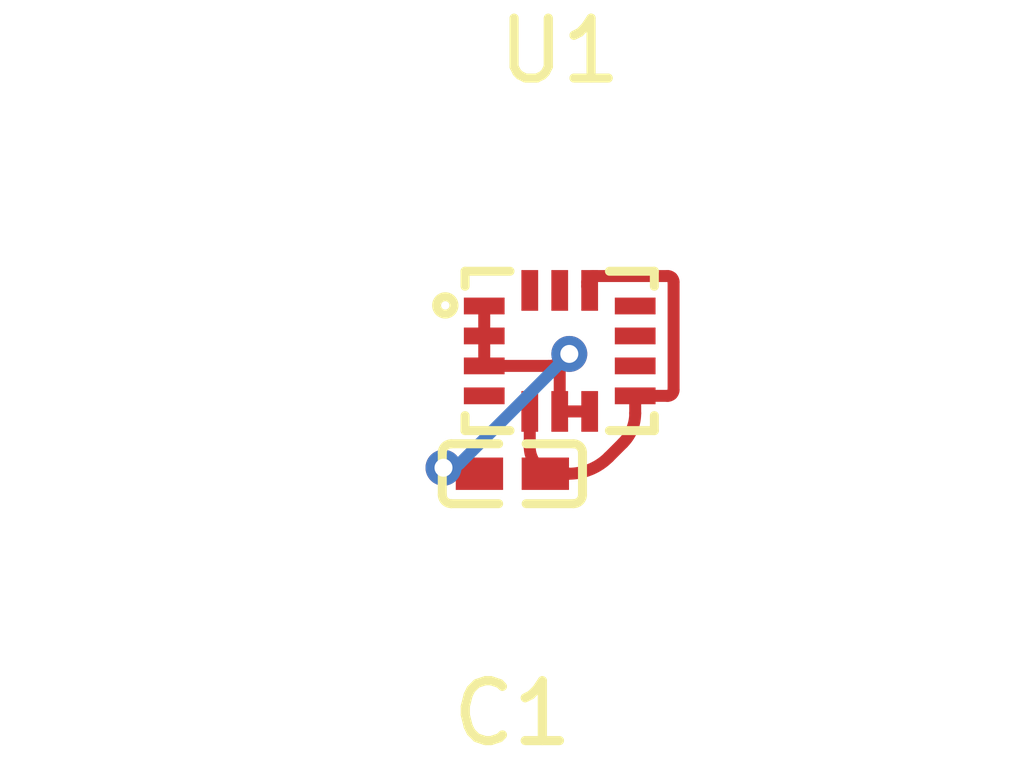
<source format=kicad_pcb>
(kicad_pcb (version 20241229) (generator "pcbnew") (generator_version "9.0")
  (layers (0 "F.Cu" signal) (2 "B.Cu" signal) (13 "F.Paste" user) (15 "B.Paste" user) (5 "F.SilkS" user "F.Silkscreen") (7 "B.SilkS" user "B.Silkscreen") (1 "F.Mask" user) (3 "B.Mask" user) (25 "Edge.Cuts" user))
  (net 0 "")
  (net 1 "ic.footprint.pins[2].net-net")
  (net 2 "INT2")
  (net 3 "INT1")
  (net 4 "SDA")
  (net 5 "SCL")
  (net 6 "ic.footprint.pins[1].net-net")
  (net 7 "gnd")
  (net 8 "VDDIO")
  (footprint "atopile:LGA-14_L3.0-W2.5-P0.50-TL-eab322" (layer "F.Cu") (at 105.64 74.05 0)
    (property "Reference" "U1" (at 0 -5.01 0) (layer "F.SilkS") (hide no))
    (property "Value" "")
    (fp_line (start -1.58 -1.33) (end -1.58 -1.08) (stroke (width 0.15)) (layer "F.SilkS"))
    (fp_line (start -1.58 1.33) (end -1.58 1.08) (stroke (width 0.15)) (layer "F.SilkS"))
    (fp_line (start -0.83 -1.33) (end -1.58 -1.33) (stroke (width 0.15)) (layer "F.SilkS"))
    (fp_line (start -0.83 1.33) (end -1.58 1.33) (stroke (width 0.15)) (layer "F.SilkS"))
    (fp_line (start 0.83 -1.33) (end 1.58 -1.33) (stroke (width 0.15)) (layer "F.SilkS"))
    (fp_line (start 0.83 1.33) (end 1.58 1.33) (stroke (width 0.15)) (layer "F.SilkS"))
    (fp_line (start 1.58 -1.33) (end 1.58 -1.08) (stroke (width 0.15)) (layer "F.SilkS"))
    (fp_line (start 1.58 1.33) (end 1.58 1.08) (stroke (width 0.15)) (layer "F.SilkS"))
    (fp_circle (center -1.91 -0.76) (end -1.84 -0.76) (stroke (width 0.15)) (fill no) (layer "F.SilkS"))
    (fp_text user "${REFERENCE}" (at 0 -5.01 0) (layer "F.SilkS"))
    (pad "1" smd rect (at -1.26 -0.75 0) (size 0.68 0.28) (layers "F.Cu" "F.Mask" "F.Paste") (net 7 "gnd"))
    (pad "2" smd rect (at -1.26 -0.25 0) (size 0.68 0.28) (layers "F.Cu" "F.Mask" "F.Paste") (net 7 "gnd"))
    (pad "3" smd rect (at -1.26 0.25 0) (size 0.68 0.28) (layers "F.Cu" "F.Mask" "F.Paste") (net 7 "gnd"))
    (pad "4" smd rect (at -1.26 0.75 0) (size 0.68 0.28) (layers "F.Cu" "F.Mask" "F.Paste") (net 3 "INT1"))
    (pad "5" smd rect (at -0.5 1.01 0) (size 0.28 0.68) (layers "F.Cu" "F.Mask" "F.Paste") (net 8 "VDDIO"))
    (pad "6" smd rect (at 0 1.01 0) (size 0.28 0.68) (layers "F.Cu" "F.Mask" "F.Paste") (net 7 "gnd"))
    (pad "7" smd rect (at 0.5 1.01 0) (size 0.28 0.68) (layers "F.Cu" "F.Mask" "F.Paste") (net 7 "gnd"))
    (pad "8" smd rect (at 1.26 0.75 0) (size 0.68 0.28) (layers "F.Cu" "F.Mask" "F.Paste") (net 8 "VDDIO"))
    (pad "9" smd rect (at 1.26 0.25 0) (size 0.68 0.28) (layers "F.Cu" "F.Mask" "F.Paste") (net 2 "INT2"))
    (pad "10" smd rect (at 1.26 -0.25 0) (size 0.68 0.28) (layers "F.Cu" "F.Mask" "F.Paste") (net 6 "ic.footprint.pins[1].net-net"))
    (pad "11" smd rect (at 1.26 -0.75 0) (size 0.68 0.28) (layers "F.Cu" "F.Mask" "F.Paste") (net 1 "ic.footprint.pins[2].net-net"))
    (pad "12" smd rect (at 0.5 -1.01 0) (size 0.28 0.68) (layers "F.Cu" "F.Mask" "F.Paste") (net 8 "VDDIO"))
    (pad "13" smd rect (at 0 -1.01 0) (size 0.28 0.68) (layers "F.Cu" "F.Mask" "F.Paste") (net 5 "SCL"))
    (pad "14" smd rect (at -0.5 -1.01 0) (size 0.28 0.68) (layers "F.Cu" "F.Mask" "F.Paste") (net 4 "SDA"))
  )
  (footprint "atopile:C0402-b3ef17" (layer "F.Cu") (at 104.85 76.1 180)
    (property "Reference" "C1" (at 0 -4 0) (layer "F.SilkS") (hide no))
    (property "Value" "100nF ±10% 16V X7R")
    (fp_line (start 1.17 0.35) (end 1.17 -0.35) (stroke (width 0.15)) (layer "F.SilkS"))
    (fp_line (start 1.02 -0.5) (end 0.23 -0.5) (stroke (width 0.15)) (layer "F.SilkS"))
    (fp_line (start 0.23 0.5) (end 1.02 0.5) (stroke (width 0.15)) (layer "F.SilkS"))
    (fp_line (start -0.23 0.5) (end -1.02 0.5) (stroke (width 0.15)) (layer "F.SilkS"))
    (fp_line (start -1.02 -0.5) (end -0.23 -0.5) (stroke (width 0.15)) (layer "F.SilkS"))
    (fp_line (start -1.17 0.35) (end -1.17 -0.35) (stroke (width 0.15)) (layer "F.SilkS"))
    (fp_arc (start 1.17 0.35) (mid 1.126066 0.456066) (end 1.02 0.5) (stroke (width 0.15)) (layer "F.SilkS"))
    (fp_arc (start 1.02 -0.5) (mid 1.126066 -0.456066) (end 1.17 -0.35) (stroke (width 0.15)) (layer "F.SilkS"))
    (fp_arc (start -1.02 0.5) (mid -1.126066 0.456066) (end -1.17 0.35) (stroke (width 0.15)) (layer "F.SilkS"))
    (fp_arc (start -1.17 -0.35) (mid -1.126066 -0.456066) (end -1.02 -0.5) (stroke (width 0.15)) (layer "F.SilkS"))
    (fp_text user "${REFERENCE}" (at 0 -4 0) (layer "F.SilkS"))
    (pad "1" smd rect (at -0.55 0 180) (size 0.79 0.54) (layers "F.Cu" "F.Mask" "F.Paste") (net 8 "VDDIO"))
    (pad "2" smd rect (at 0.55 0 180) (size 0.79 0.54) (layers "F.Cu" "F.Mask" "F.Paste") (net 7 "gnd"))
  )
  (via (at 105.8 74.1) (size 0.6) (drill 0.3) (layers "F.Cu" "B.Cu") (net 7))
  (via (at 103.7 76) (size 0.6) (drill 0.3) (layers "F.Cu" "B.Cu") (net 7))
  (segment (start 105.72 74.18) (end 105.8 74.1) (width 0.2) (net 7) (layer "F.Cu"))
  (segment (start 103.7 76) (end 104.129289 76) (width 0.2) (net 7) (layer "F.Cu"))
  (segment (start 104.38 73.8) (end 104.38 74.3) (width 0.2) (net 7) (layer "F.Cu"))
  (segment (start 104.38 73.8) (end 104.38 73.3) (width 0.2) (net 7) (layer "F.Cu"))
  (segment (start 105.458578 74.3) (end 104.38 74.3) (width 0.2) (net 7) (layer "F.Cu"))
  (segment (start 105.64 75.06) (end 106.14 75.06) (width 0.2) (net 7) (layer "F.Cu"))
  (segment (start 104.25 76.05) (end 104.3 76.1) (width 0.2) (net 7) (layer "F.Cu"))
  (segment (start 105.7 74.2) (end 105.8 74.1) (width 0.2) (net 7) (layer "F.Cu"))
  (segment (start 105.64 74.373137) (end 105.64 75.06) (width 0.2) (net 7) (layer "F.Cu"))
  (segment (start 103.7 76) (end 103.8 76) (width 0.2) (net 7) (layer "B.Cu"))
  (segment (start 103.97071 75.929289) (end 105.8 74.1) (width 0.2) (net 7) (layer "B.Cu"))
  (segment (start 107.44028 74.8) (end 106.9 74.8) (width 0.2) (net 8) (layer "F.Cu"))
  (segment (start 105.583847 76.1) (end 105.791 76.1) (width 0.2) (net 8) (layer "F.Cu"))
  (segment (start 106.12 73.02) (end 106.14 73.04) (width 0.2) (net 8) (layer "F.Cu"))
  (segment (start 107.541 72.900719) (end 107.541 74.69928) (width 0.2) (net 8) (layer "F.Cu"))
  (segment (start 106.694231 75.587767) (end 106.458478 75.823521) (width 0.2) (net 8) (layer "F.Cu"))
  (segment (start 106.9 75.091) (end 106.9 74.8) (width 0.2) (net 8) (layer "F.Cu"))
  (segment (start 106.1 72.9) (end 106.1 72.971715) (width 0.2) (net 8) (layer "F.Cu"))
  (segment (start 106.2 72.8) (end 107.44028 72.8) (width 0.2) (net 8) (layer "F.Cu"))
  (segment (start 105.14 75.656152) (end 105.14 75.06) (width 0.2) (net 8) (layer "F.Cu"))
  (arc (start 105.7 74.2) (mid 105.589234 74.27401) (end 105.458578 74.3) (width 0.2) (net 7) (layer "F.Cu"))
  (arc (start 104.25 76.05) (mid 104.194617 76.012994) (end 104.129289 76) (width 0.2) (net 7) (layer "F.Cu"))
  (arc (start 105.72 74.18) (mid 105.660791 74.268612) (end 105.64 74.373137) (width 0.2) (net 7) (layer "F.Cu"))
  (arc (start 103.97071 75.929289) (mid 103.892387 75.981622) (end 103.8 76) (width 0.2) (net 7) (layer "B.Cu"))
  (arc (start 107.5115 72.8295) (mid 107.478824 72.807666) (end 107.44028 72.8) (width 0.2) (net 8) (layer "F.Cu"))
  (arc (start 107.5115 74.7705) (mid 107.478824 74.792333) (end 107.44028 74.8) (width 0.2) (net 8) (layer "F.Cu"))
  (arc (start 107.5115 72.8295) (mid 107.533333 72.862175) (end 107.541 72.900719) (width 0.2) (net 8) (layer "F.Cu"))
  (arc (start 106.2 72.8) (mid 106.129289 72.829289) (end 106.1 72.9) (width 0.2) (net 8) (layer "F.Cu"))
  (arc (start 105.14 75.656152) (mid 105.173785 75.826005) (end 105.27 75.97) (width 0.2) (net 8) (layer "F.Cu"))
  (arc (start 106.458478 75.823521) (mid 106.152236 76.028145) (end 105.791 76.1) (width 0.2) (net 8) (layer "F.Cu"))
  (arc (start 106.1 72.971715) (mid 106.105197 72.997846) (end 106.12 73.02) (width 0.2) (net 8) (layer "F.Cu"))
  (arc (start 105.27 75.97) (mid 105.413994 76.066214) (end 105.583847 76.1) (width 0.2) (net 8) (layer "F.Cu"))
  (arc (start 107.541 74.69928) (mid 107.533333 74.737824) (end 107.5115 74.7705) (width 0.2) (net 8) (layer "F.Cu"))
  (arc (start 106.9 75.091) (mid 106.846522 75.359848) (end 106.694231 75.587767) (width 0.2) (net 8) (layer "F.Cu"))
)
</source>
